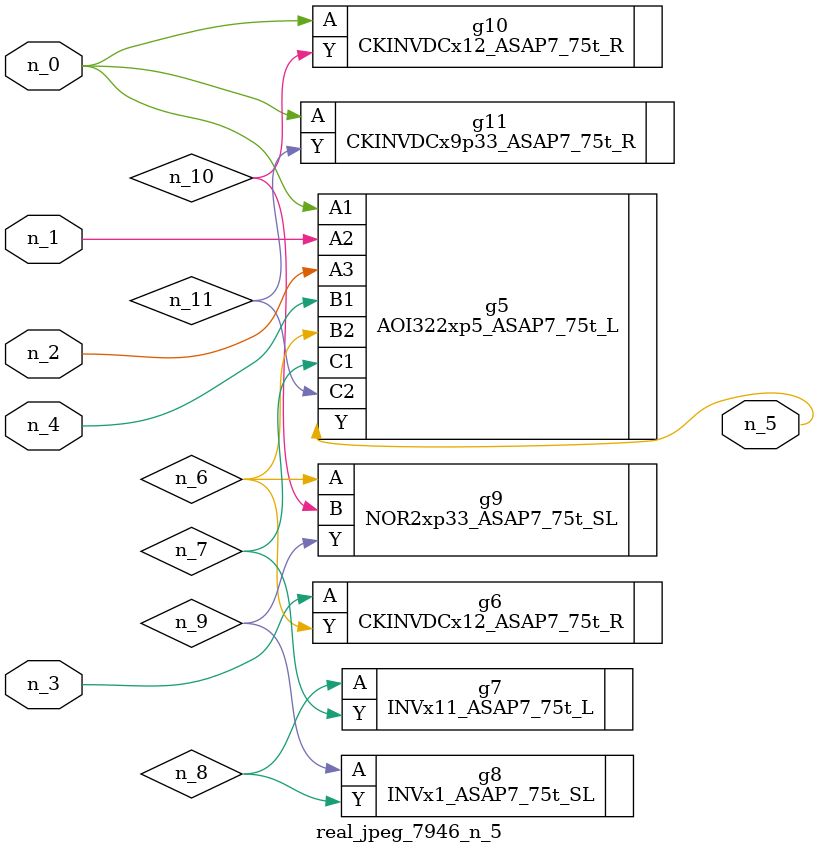
<source format=v>
module real_jpeg_7946_n_5 (n_4, n_0, n_1, n_2, n_3, n_5);

input n_4;
input n_0;
input n_1;
input n_2;
input n_3;

output n_5;

wire n_8;
wire n_11;
wire n_6;
wire n_7;
wire n_10;
wire n_9;

AOI322xp5_ASAP7_75t_L g5 ( 
.A1(n_0),
.A2(n_1),
.A3(n_2),
.B1(n_4),
.B2(n_6),
.C1(n_7),
.C2(n_11),
.Y(n_5)
);

CKINVDCx12_ASAP7_75t_R g10 ( 
.A(n_0),
.Y(n_10)
);

CKINVDCx9p33_ASAP7_75t_R g11 ( 
.A(n_0),
.Y(n_11)
);

CKINVDCx12_ASAP7_75t_R g6 ( 
.A(n_3),
.Y(n_6)
);

NOR2xp33_ASAP7_75t_SL g9 ( 
.A(n_6),
.B(n_10),
.Y(n_9)
);

INVx11_ASAP7_75t_L g7 ( 
.A(n_8),
.Y(n_7)
);

INVx1_ASAP7_75t_SL g8 ( 
.A(n_9),
.Y(n_8)
);


endmodule
</source>
